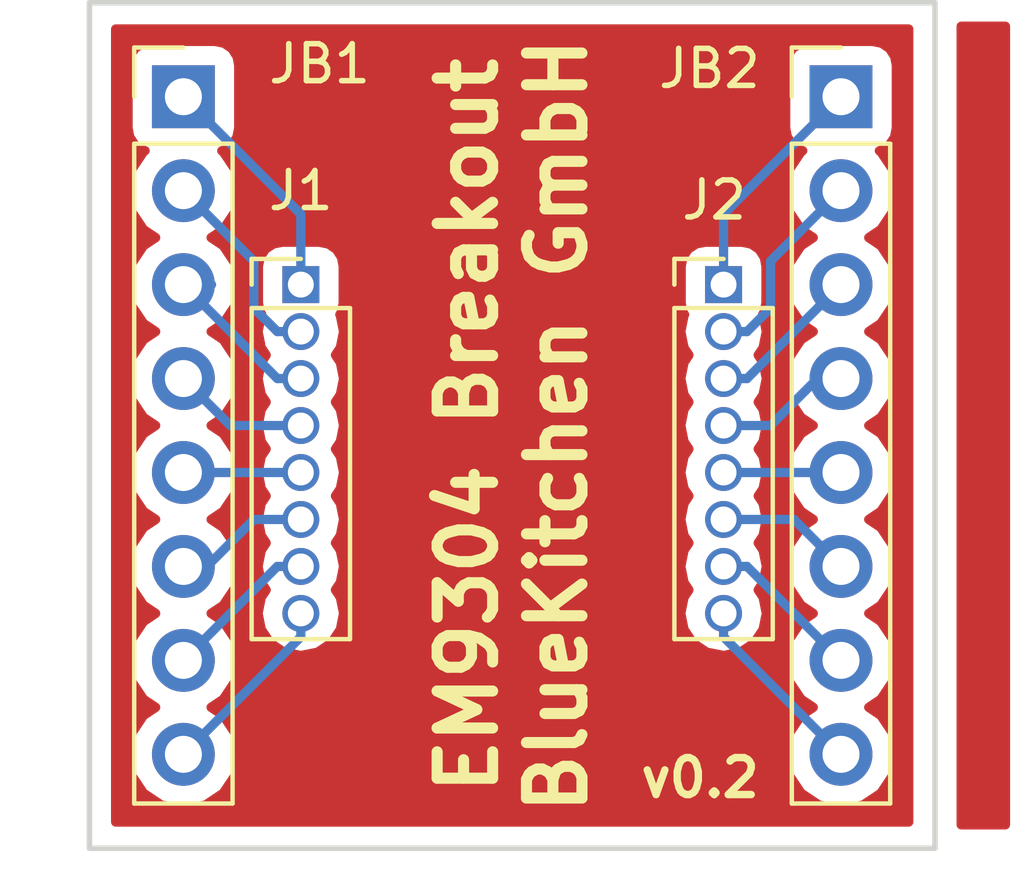
<source format=kicad_pcb>
(kicad_pcb (version 4) (host pcbnew 4.0.6)

  (general
    (links 16)
    (no_connects 0)
    (area 157.526667 111.684999 185.373334 135.485)
    (thickness 1.6)
    (drawings 6)
    (tracks 38)
    (zones 0)
    (modules 4)
    (nets 17)
  )

  (page A4)
  (layers
    (0 F.Cu signal)
    (31 B.Cu signal)
    (32 B.Adhes user)
    (33 F.Adhes user)
    (34 B.Paste user)
    (35 F.Paste user)
    (36 B.SilkS user)
    (37 F.SilkS user)
    (38 B.Mask user)
    (39 F.Mask user)
    (40 Dwgs.User user)
    (41 Cmts.User user)
    (42 Eco1.User user)
    (43 Eco2.User user)
    (44 Edge.Cuts user)
    (45 Margin user)
    (46 B.CrtYd user)
    (47 F.CrtYd user)
    (48 B.Fab user)
    (49 F.Fab user)
  )

  (setup
    (last_trace_width 0.25)
    (trace_clearance 0.2)
    (zone_clearance 0.508)
    (zone_45_only no)
    (trace_min 0.2)
    (segment_width 0.2)
    (edge_width 0.15)
    (via_size 0.6)
    (via_drill 0.4)
    (via_min_size 0.4)
    (via_min_drill 0.3)
    (uvia_size 0.3)
    (uvia_drill 0.1)
    (uvias_allowed no)
    (uvia_min_size 0.2)
    (uvia_min_drill 0.1)
    (pcb_text_width 0.3)
    (pcb_text_size 1 1)
    (mod_edge_width 0.15)
    (mod_text_size 1 1)
    (mod_text_width 0.15)
    (pad_size 1.524 1.524)
    (pad_drill 0.762)
    (pad_to_mask_clearance 0.2)
    (aux_axis_origin 0 0)
    (visible_elements FFFEFF7F)
    (pcbplotparams
      (layerselection 0x00030_80000001)
      (usegerberextensions false)
      (excludeedgelayer true)
      (linewidth 0.100000)
      (plotframeref false)
      (viasonmask false)
      (mode 1)
      (useauxorigin false)
      (hpglpennumber 1)
      (hpglpenspeed 20)
      (hpglpendiameter 15)
      (hpglpenoverlay 2)
      (psnegative false)
      (psa4output false)
      (plotreference true)
      (plotvalue true)
      (plotinvisibletext false)
      (padsonsilk false)
      (subtractmaskfromsilk false)
      (outputformat 1)
      (mirror false)
      (drillshape 1)
      (scaleselection 1)
      (outputdirectory ""))
  )

  (net 0 "")
  (net 1 "Net-(J1-Pad1)")
  (net 2 "Net-(J1-Pad2)")
  (net 3 "Net-(J1-Pad3)")
  (net 4 "Net-(J1-Pad4)")
  (net 5 "Net-(J1-Pad5)")
  (net 6 "Net-(J1-Pad6)")
  (net 7 "Net-(J1-Pad7)")
  (net 8 "Net-(J1-Pad8)")
  (net 9 "Net-(J2-Pad1)")
  (net 10 "Net-(J2-Pad2)")
  (net 11 "Net-(J2-Pad3)")
  (net 12 "Net-(J2-Pad4)")
  (net 13 "Net-(J2-Pad5)")
  (net 14 "Net-(J2-Pad6)")
  (net 15 "Net-(J2-Pad7)")
  (net 16 "Net-(J2-Pad8)")

  (net_class Default "This is the default net class."
    (clearance 0.2)
    (trace_width 0.25)
    (via_dia 0.6)
    (via_drill 0.4)
    (uvia_dia 0.3)
    (uvia_drill 0.1)
    (add_net "Net-(J1-Pad1)")
    (add_net "Net-(J1-Pad2)")
    (add_net "Net-(J1-Pad3)")
    (add_net "Net-(J1-Pad4)")
    (add_net "Net-(J1-Pad5)")
    (add_net "Net-(J1-Pad6)")
    (add_net "Net-(J1-Pad7)")
    (add_net "Net-(J1-Pad8)")
    (add_net "Net-(J2-Pad1)")
    (add_net "Net-(J2-Pad2)")
    (add_net "Net-(J2-Pad3)")
    (add_net "Net-(J2-Pad4)")
    (add_net "Net-(J2-Pad5)")
    (add_net "Net-(J2-Pad6)")
    (add_net "Net-(J2-Pad7)")
    (add_net "Net-(J2-Pad8)")
  )

  (module Socket_Strips:Socket_Strip_Straight_1x08_Pitch1.27mm (layer F.Cu) (tedit 599AA5EC) (tstamp 599AA3D8)
    (at 177.165 119.38)
    (descr "Through hole straight socket strip, 1x08, 1.27mm pitch, single row")
    (tags "Through hole socket strip THT 1x08 1.27mm single row")
    (path /599AA3BE)
    (fp_text reference J2 (at -0.254 -2.286) (layer F.SilkS)
      (effects (font (size 1 1) (thickness 0.15)))
    )
    (fp_text value CONN_01X08 (at 0 10.585) (layer F.Fab)
      (effects (font (size 1 1) (thickness 0.15)))
    )
    (fp_line (start -1.27 -0.635) (end -1.27 9.525) (layer F.Fab) (width 0.1))
    (fp_line (start -1.27 9.525) (end 1.27 9.525) (layer F.Fab) (width 0.1))
    (fp_line (start 1.27 9.525) (end 1.27 -0.635) (layer F.Fab) (width 0.1))
    (fp_line (start 1.27 -0.635) (end -1.27 -0.635) (layer F.Fab) (width 0.1))
    (fp_line (start -1.33 0.635) (end -1.33 9.585) (layer F.SilkS) (width 0.12))
    (fp_line (start -1.33 9.585) (end 1.33 9.585) (layer F.SilkS) (width 0.12))
    (fp_line (start 1.33 9.585) (end 1.33 0.635) (layer F.SilkS) (width 0.12))
    (fp_line (start 1.33 0.635) (end -1.33 0.635) (layer F.SilkS) (width 0.12))
    (fp_line (start -1.33 0) (end -1.33 -0.695) (layer F.SilkS) (width 0.12))
    (fp_line (start -1.33 -0.695) (end 0 -0.695) (layer F.SilkS) (width 0.12))
    (fp_line (start -1.8 -1.15) (end -1.8 10.05) (layer F.CrtYd) (width 0.05))
    (fp_line (start -1.8 10.05) (end 1.8 10.05) (layer F.CrtYd) (width 0.05))
    (fp_line (start 1.8 10.05) (end 1.8 -1.15) (layer F.CrtYd) (width 0.05))
    (fp_line (start 1.8 -1.15) (end -1.8 -1.15) (layer F.CrtYd) (width 0.05))
    (fp_text user %R (at 0 -1.695) (layer F.Fab)
      (effects (font (size 1 1) (thickness 0.15)))
    )
    (pad 1 thru_hole rect (at 0 0) (size 1 1) (drill 0.7) (layers *.Cu *.Mask)
      (net 9 "Net-(J2-Pad1)"))
    (pad 2 thru_hole oval (at 0 1.27) (size 1 1) (drill 0.7) (layers *.Cu *.Mask)
      (net 10 "Net-(J2-Pad2)"))
    (pad 3 thru_hole oval (at 0 2.54) (size 1 1) (drill 0.7) (layers *.Cu *.Mask)
      (net 11 "Net-(J2-Pad3)"))
    (pad 4 thru_hole oval (at 0 3.81) (size 1 1) (drill 0.7) (layers *.Cu *.Mask)
      (net 12 "Net-(J2-Pad4)"))
    (pad 5 thru_hole oval (at 0 5.08) (size 1 1) (drill 0.7) (layers *.Cu *.Mask)
      (net 13 "Net-(J2-Pad5)"))
    (pad 6 thru_hole oval (at 0 6.35) (size 1 1) (drill 0.7) (layers *.Cu *.Mask)
      (net 14 "Net-(J2-Pad6)"))
    (pad 7 thru_hole oval (at 0 7.62) (size 1 1) (drill 0.7) (layers *.Cu *.Mask)
      (net 15 "Net-(J2-Pad7)"))
    (pad 8 thru_hole oval (at 0 8.89) (size 1 1) (drill 0.7) (layers *.Cu *.Mask)
      (net 16 "Net-(J2-Pad8)"))
    (model ${KISYS3DMOD}/Socket_Strips.3dshapes/Socket_Strip_Straight_1x08_Pitch1.27mm.wrl
      (at (xyz 0 0 0))
      (scale (xyz 1 1 1))
      (rotate (xyz 0 0 0))
    )
  )

  (module Pin_Headers:Pin_Header_Straight_1x08_Pitch2.54mm (layer F.Cu) (tedit 599AA70F) (tstamp 599AA3F0)
    (at 180.34 114.3)
    (descr "Through hole straight pin header, 1x08, 2.54mm pitch, single row")
    (tags "Through hole pin header THT 1x08 2.54mm single row")
    (path /599AA157)
    (fp_text reference JB2 (at -3.556 -0.762) (layer F.SilkS)
      (effects (font (size 1 1) (thickness 0.15)))
    )
    (fp_text value CONN_01X08 (at 0 20.11) (layer F.Fab)
      (effects (font (size 1 1) (thickness 0.15)))
    )
    (fp_line (start -0.635 -1.27) (end 1.27 -1.27) (layer F.Fab) (width 0.1))
    (fp_line (start 1.27 -1.27) (end 1.27 19.05) (layer F.Fab) (width 0.1))
    (fp_line (start 1.27 19.05) (end -1.27 19.05) (layer F.Fab) (width 0.1))
    (fp_line (start -1.27 19.05) (end -1.27 -0.635) (layer F.Fab) (width 0.1))
    (fp_line (start -1.27 -0.635) (end -0.635 -1.27) (layer F.Fab) (width 0.1))
    (fp_line (start -1.33 19.11) (end 1.33 19.11) (layer F.SilkS) (width 0.12))
    (fp_line (start -1.33 1.27) (end -1.33 19.11) (layer F.SilkS) (width 0.12))
    (fp_line (start 1.33 1.27) (end 1.33 19.11) (layer F.SilkS) (width 0.12))
    (fp_line (start -1.33 1.27) (end 1.33 1.27) (layer F.SilkS) (width 0.12))
    (fp_line (start -1.33 0) (end -1.33 -1.33) (layer F.SilkS) (width 0.12))
    (fp_line (start -1.33 -1.33) (end 0 -1.33) (layer F.SilkS) (width 0.12))
    (fp_line (start -1.8 -1.8) (end -1.8 19.55) (layer F.CrtYd) (width 0.05))
    (fp_line (start -1.8 19.55) (end 1.8 19.55) (layer F.CrtYd) (width 0.05))
    (fp_line (start 1.8 19.55) (end 1.8 -1.8) (layer F.CrtYd) (width 0.05))
    (fp_line (start 1.8 -1.8) (end -1.8 -1.8) (layer F.CrtYd) (width 0.05))
    (fp_text user %R (at 0 8.89 90) (layer F.Fab)
      (effects (font (size 1 1) (thickness 0.15)))
    )
    (pad 1 thru_hole rect (at 0 0) (size 1.7 1.7) (drill 1) (layers *.Cu *.Mask)
      (net 9 "Net-(J2-Pad1)"))
    (pad 2 thru_hole oval (at 0 2.54) (size 1.7 1.7) (drill 1) (layers *.Cu *.Mask)
      (net 10 "Net-(J2-Pad2)"))
    (pad 3 thru_hole oval (at 0 5.08) (size 1.7 1.7) (drill 1) (layers *.Cu *.Mask)
      (net 11 "Net-(J2-Pad3)"))
    (pad 4 thru_hole oval (at 0 7.62) (size 1.7 1.7) (drill 1) (layers *.Cu *.Mask)
      (net 12 "Net-(J2-Pad4)"))
    (pad 5 thru_hole oval (at 0 10.16) (size 1.7 1.7) (drill 1) (layers *.Cu *.Mask)
      (net 13 "Net-(J2-Pad5)"))
    (pad 6 thru_hole oval (at 0 12.7) (size 1.7 1.7) (drill 1) (layers *.Cu *.Mask)
      (net 14 "Net-(J2-Pad6)"))
    (pad 7 thru_hole oval (at 0 15.24) (size 1.7 1.7) (drill 1) (layers *.Cu *.Mask)
      (net 15 "Net-(J2-Pad7)"))
    (pad 8 thru_hole oval (at 0 17.78) (size 1.7 1.7) (drill 1) (layers *.Cu *.Mask)
      (net 16 "Net-(J2-Pad8)"))
    (model ${KISYS3DMOD}/Pin_Headers.3dshapes/Pin_Header_Straight_1x08_Pitch2.54mm.wrl
      (at (xyz 0 0 0))
      (scale (xyz 1 1 1))
      (rotate (xyz 0 0 0))
    )
  )

  (module Socket_Strips:Socket_Strip_Straight_1x08_Pitch1.27mm (layer F.Cu) (tedit 599AA5E4) (tstamp 599AA3CC)
    (at 165.735 119.38)
    (descr "Through hole straight socket strip, 1x08, 1.27mm pitch, single row")
    (tags "Through hole socket strip THT 1x08 1.27mm single row")
    (path /599AA3EF)
    (fp_text reference J1 (at 0 -2.54) (layer F.SilkS)
      (effects (font (size 1 1) (thickness 0.15)))
    )
    (fp_text value CONN_01X08 (at 3.81 2.54 90) (layer F.Fab)
      (effects (font (size 1 1) (thickness 0.15)))
    )
    (fp_line (start -1.27 -0.635) (end -1.27 9.525) (layer F.Fab) (width 0.1))
    (fp_line (start -1.27 9.525) (end 1.27 9.525) (layer F.Fab) (width 0.1))
    (fp_line (start 1.27 9.525) (end 1.27 -0.635) (layer F.Fab) (width 0.1))
    (fp_line (start 1.27 -0.635) (end -1.27 -0.635) (layer F.Fab) (width 0.1))
    (fp_line (start -1.33 0.635) (end -1.33 9.585) (layer F.SilkS) (width 0.12))
    (fp_line (start -1.33 9.585) (end 1.33 9.585) (layer F.SilkS) (width 0.12))
    (fp_line (start 1.33 9.585) (end 1.33 0.635) (layer F.SilkS) (width 0.12))
    (fp_line (start 1.33 0.635) (end -1.33 0.635) (layer F.SilkS) (width 0.12))
    (fp_line (start -1.33 0) (end -1.33 -0.695) (layer F.SilkS) (width 0.12))
    (fp_line (start -1.33 -0.695) (end 0 -0.695) (layer F.SilkS) (width 0.12))
    (fp_line (start -1.8 -1.15) (end -1.8 10.05) (layer F.CrtYd) (width 0.05))
    (fp_line (start -1.8 10.05) (end 1.8 10.05) (layer F.CrtYd) (width 0.05))
    (fp_line (start 1.8 10.05) (end 1.8 -1.15) (layer F.CrtYd) (width 0.05))
    (fp_line (start 1.8 -1.15) (end -1.8 -1.15) (layer F.CrtYd) (width 0.05))
    (fp_text user %R (at 0 -1.695) (layer F.Fab)
      (effects (font (size 1 1) (thickness 0.15)))
    )
    (pad 1 thru_hole rect (at 0 0) (size 1 1) (drill 0.7) (layers *.Cu *.Mask)
      (net 1 "Net-(J1-Pad1)"))
    (pad 2 thru_hole oval (at 0 1.27) (size 1 1) (drill 0.7) (layers *.Cu *.Mask)
      (net 2 "Net-(J1-Pad2)"))
    (pad 3 thru_hole oval (at 0 2.54) (size 1 1) (drill 0.7) (layers *.Cu *.Mask)
      (net 3 "Net-(J1-Pad3)"))
    (pad 4 thru_hole oval (at 0 3.81) (size 1 1) (drill 0.7) (layers *.Cu *.Mask)
      (net 4 "Net-(J1-Pad4)"))
    (pad 5 thru_hole oval (at 0 5.08) (size 1 1) (drill 0.7) (layers *.Cu *.Mask)
      (net 5 "Net-(J1-Pad5)"))
    (pad 6 thru_hole oval (at 0 6.35) (size 1 1) (drill 0.7) (layers *.Cu *.Mask)
      (net 6 "Net-(J1-Pad6)"))
    (pad 7 thru_hole oval (at 0 7.62) (size 1 1) (drill 0.7) (layers *.Cu *.Mask)
      (net 7 "Net-(J1-Pad7)"))
    (pad 8 thru_hole oval (at 0 8.89) (size 1 1) (drill 0.7) (layers *.Cu *.Mask)
      (net 8 "Net-(J1-Pad8)"))
    (model ${KISYS3DMOD}/Socket_Strips.3dshapes/Socket_Strip_Straight_1x08_Pitch1.27mm.wrl
      (at (xyz 0 0 0))
      (scale (xyz 1 1 1))
      (rotate (xyz 0 0 0))
    )
  )

  (module Pin_Headers:Pin_Header_Straight_1x08_Pitch2.54mm (layer F.Cu) (tedit 599AA70B) (tstamp 599AA3E4)
    (at 162.56 114.3)
    (descr "Through hole straight pin header, 1x08, 2.54mm pitch, single row")
    (tags "Through hole pin header THT 1x08 2.54mm single row")
    (path /599AA1ED)
    (fp_text reference JB1 (at 3.683 -0.889) (layer F.SilkS)
      (effects (font (size 1 1) (thickness 0.15)))
    )
    (fp_text value CONN_01X08 (at 0 20.11) (layer F.Fab)
      (effects (font (size 1 1) (thickness 0.15)))
    )
    (fp_line (start -0.635 -1.27) (end 1.27 -1.27) (layer F.Fab) (width 0.1))
    (fp_line (start 1.27 -1.27) (end 1.27 19.05) (layer F.Fab) (width 0.1))
    (fp_line (start 1.27 19.05) (end -1.27 19.05) (layer F.Fab) (width 0.1))
    (fp_line (start -1.27 19.05) (end -1.27 -0.635) (layer F.Fab) (width 0.1))
    (fp_line (start -1.27 -0.635) (end -0.635 -1.27) (layer F.Fab) (width 0.1))
    (fp_line (start -1.33 19.11) (end 1.33 19.11) (layer F.SilkS) (width 0.12))
    (fp_line (start -1.33 1.27) (end -1.33 19.11) (layer F.SilkS) (width 0.12))
    (fp_line (start 1.33 1.27) (end 1.33 19.11) (layer F.SilkS) (width 0.12))
    (fp_line (start -1.33 1.27) (end 1.33 1.27) (layer F.SilkS) (width 0.12))
    (fp_line (start -1.33 0) (end -1.33 -1.33) (layer F.SilkS) (width 0.12))
    (fp_line (start -1.33 -1.33) (end 0 -1.33) (layer F.SilkS) (width 0.12))
    (fp_line (start -1.8 -1.8) (end -1.8 19.55) (layer F.CrtYd) (width 0.05))
    (fp_line (start -1.8 19.55) (end 1.8 19.55) (layer F.CrtYd) (width 0.05))
    (fp_line (start 1.8 19.55) (end 1.8 -1.8) (layer F.CrtYd) (width 0.05))
    (fp_line (start 1.8 -1.8) (end -1.8 -1.8) (layer F.CrtYd) (width 0.05))
    (fp_text user %R (at 0 8.89 90) (layer F.Fab)
      (effects (font (size 1 1) (thickness 0.15)))
    )
    (pad 1 thru_hole rect (at 0 0) (size 1.7 1.7) (drill 1) (layers *.Cu *.Mask)
      (net 1 "Net-(J1-Pad1)"))
    (pad 2 thru_hole oval (at 0 2.54) (size 1.7 1.7) (drill 1) (layers *.Cu *.Mask)
      (net 2 "Net-(J1-Pad2)"))
    (pad 3 thru_hole oval (at 0 5.08) (size 1.7 1.7) (drill 1) (layers *.Cu *.Mask)
      (net 3 "Net-(J1-Pad3)"))
    (pad 4 thru_hole oval (at 0 7.62) (size 1.7 1.7) (drill 1) (layers *.Cu *.Mask)
      (net 4 "Net-(J1-Pad4)"))
    (pad 5 thru_hole oval (at 0 10.16) (size 1.7 1.7) (drill 1) (layers *.Cu *.Mask)
      (net 5 "Net-(J1-Pad5)"))
    (pad 6 thru_hole oval (at 0 12.7) (size 1.7 1.7) (drill 1) (layers *.Cu *.Mask)
      (net 6 "Net-(J1-Pad6)"))
    (pad 7 thru_hole oval (at 0 15.24) (size 1.7 1.7) (drill 1) (layers *.Cu *.Mask)
      (net 7 "Net-(J1-Pad7)"))
    (pad 8 thru_hole oval (at 0 17.78) (size 1.7 1.7) (drill 1) (layers *.Cu *.Mask)
      (net 8 "Net-(J1-Pad8)"))
    (model ${KISYS3DMOD}/Pin_Headers.3dshapes/Pin_Header_Straight_1x08_Pitch2.54mm.wrl
      (at (xyz 0 0 0))
      (scale (xyz 1 1 1))
      (rotate (xyz 0 0 0))
    )
  )

  (gr_text v0.2 (at 176.53 132.715) (layer F.SilkS)
    (effects (font (size 1 1) (thickness 0.2)))
  )
  (gr_line (start 160.02 134.62) (end 160.02 111.76) (angle 90) (layer Edge.Cuts) (width 0.15))
  (gr_line (start 182.88 134.62) (end 160.02 134.62) (angle 90) (layer Edge.Cuts) (width 0.15))
  (gr_line (start 182.88 111.76) (end 182.88 134.62) (angle 90) (layer Edge.Cuts) (width 0.15))
  (gr_line (start 160.02 111.76) (end 182.88 111.76) (angle 90) (layer Edge.Cuts) (width 0.15))
  (gr_text "EM9304 Breakout\nBlueKitchen GmbH" (at 171.45 123.19 90) (layer F.SilkS)
    (effects (font (size 1.5 1.5) (thickness 0.3)))
  )

  (segment (start 165.735 119.38) (end 165.735 117.475) (width 0.25) (layer B.Cu) (net 1))
  (segment (start 165.735 117.475) (end 162.56 114.3) (width 0.25) (layer B.Cu) (net 1) (tstamp 5AA58AF9))
  (segment (start 165.735 120.65) (end 165.1 120.65) (width 0.25) (layer B.Cu) (net 2))
  (segment (start 164.465 118.745) (end 162.56 116.84) (width 0.25) (layer B.Cu) (net 2) (tstamp 5AA58B16))
  (segment (start 164.465 120.015) (end 164.465 118.745) (width 0.25) (layer B.Cu) (net 2) (tstamp 5AA58B10))
  (segment (start 165.1 120.65) (end 164.465 120.015) (width 0.25) (layer B.Cu) (net 2) (tstamp 5AA58B0A))
  (segment (start 165.735 121.92) (end 165.1 121.92) (width 0.25) (layer B.Cu) (net 3))
  (segment (start 165.1 121.92) (end 162.56 119.38) (width 0.25) (layer B.Cu) (net 3) (tstamp 5AA58AD6))
  (segment (start 162.56 119.38) (end 163.322 119.38) (width 0.25) (layer B.Cu) (net 3))
  (segment (start 165.735 123.19) (end 163.83 123.19) (width 0.25) (layer B.Cu) (net 4))
  (segment (start 163.83 123.19) (end 162.56 121.92) (width 0.25) (layer B.Cu) (net 4) (tstamp 5AA58AB5))
  (segment (start 162.56 124.46) (end 165.735 124.46) (width 0.25) (layer B.Cu) (net 5))
  (segment (start 162.56 127) (end 163.195 127) (width 0.25) (layer B.Cu) (net 6))
  (segment (start 163.195 127) (end 164.465 125.73) (width 0.25) (layer B.Cu) (net 6) (tstamp 5AA58B1F))
  (segment (start 164.465 125.73) (end 165.735 125.73) (width 0.25) (layer B.Cu) (net 6) (tstamp 5AA58B23))
  (segment (start 165.735 127) (end 165.1 127) (width 0.25) (layer B.Cu) (net 7))
  (segment (start 165.1 127) (end 162.56 129.54) (width 0.25) (layer B.Cu) (net 7))
  (segment (start 162.56 129.54) (end 163.068 129.54) (width 0.25) (layer B.Cu) (net 7))
  (segment (start 165.735 128.27) (end 165.735 128.905) (width 0.25) (layer B.Cu) (net 8))
  (segment (start 165.735 128.905) (end 162.56 132.08) (width 0.25) (layer B.Cu) (net 8))
  (segment (start 177.165 119.38) (end 177.165 117.475) (width 0.25) (layer B.Cu) (net 9))
  (segment (start 177.165 117.475) (end 180.34 114.3) (width 0.25) (layer B.Cu) (net 9) (tstamp 5AA58B54))
  (segment (start 177.165 120.65) (end 177.8 120.65) (width 0.25) (layer B.Cu) (net 10))
  (segment (start 178.435 118.745) (end 180.34 116.84) (width 0.25) (layer B.Cu) (net 10) (tstamp 5AA58B63))
  (segment (start 178.435 120.015) (end 178.435 118.745) (width 0.25) (layer B.Cu) (net 10) (tstamp 5AA58B5D))
  (segment (start 177.8 120.65) (end 178.435 120.015) (width 0.25) (layer B.Cu) (net 10) (tstamp 5AA58B5B))
  (segment (start 177.165 121.92) (end 177.8 121.92) (width 0.25) (layer B.Cu) (net 11))
  (segment (start 177.8 121.92) (end 180.34 119.38) (width 0.25) (layer B.Cu) (net 11) (tstamp 5AA58B4C))
  (segment (start 177.165 123.19) (end 178.435 123.19) (width 0.25) (layer B.Cu) (net 12))
  (segment (start 178.435 123.19) (end 179.705 121.92) (width 0.25) (layer B.Cu) (net 12) (tstamp 5AA58B41))
  (segment (start 179.705 121.92) (end 180.34 121.92) (width 0.25) (layer B.Cu) (net 12) (tstamp 5AA58B49))
  (segment (start 177.165 124.46) (end 180.34 124.46) (width 0.25) (layer B.Cu) (net 13))
  (segment (start 177.165 125.73) (end 179.07 125.73) (width 0.25) (layer B.Cu) (net 14))
  (segment (start 179.07 125.73) (end 180.34 127) (width 0.25) (layer B.Cu) (net 14) (tstamp 5AA58B69))
  (segment (start 177.165 127) (end 177.8 127) (width 0.25) (layer B.Cu) (net 15))
  (segment (start 177.8 127) (end 180.34 129.54) (width 0.25) (layer B.Cu) (net 15) (tstamp 5AA58B77))
  (segment (start 180.34 132.08) (end 177.165 128.905) (width 0.25) (layer B.Cu) (net 16))
  (segment (start 177.165 128.905) (end 177.165 128.27) (width 0.25) (layer B.Cu) (net 16) (tstamp 5AA58B72))

  (zone (net 0) (net_name "") (layer F.Cu) (tstamp 599AAA34) (hatch edge 0.508)
    (connect_pads (clearance 0.508))
    (min_thickness 0.254)
    (fill yes (arc_segments 16) (thermal_gap 0.508) (thermal_bridge_width 0.508))
    (polygon
      (pts
        (xy 184.912 134.112) (xy 160.528 134.112) (xy 160.528 112.268) (xy 184.912 112.268)
      )
    )
    (filled_polygon
      (pts
        (xy 184.785 133.985) (xy 183.59 133.985) (xy 183.59 112.395) (xy 184.785 112.395)
      )
    )
    (filled_polygon
      (pts
        (xy 182.17 133.91) (xy 160.73 133.91) (xy 160.73 116.84) (xy 161.045907 116.84) (xy 161.158946 117.408285)
        (xy 161.480853 117.890054) (xy 161.810026 118.11) (xy 161.480853 118.329946) (xy 161.158946 118.811715) (xy 161.045907 119.38)
        (xy 161.158946 119.948285) (xy 161.480853 120.430054) (xy 161.810026 120.65) (xy 161.480853 120.869946) (xy 161.158946 121.351715)
        (xy 161.045907 121.92) (xy 161.158946 122.488285) (xy 161.480853 122.970054) (xy 161.810026 123.19) (xy 161.480853 123.409946)
        (xy 161.158946 123.891715) (xy 161.045907 124.46) (xy 161.158946 125.028285) (xy 161.480853 125.510054) (xy 161.810026 125.73)
        (xy 161.480853 125.949946) (xy 161.158946 126.431715) (xy 161.045907 127) (xy 161.158946 127.568285) (xy 161.480853 128.050054)
        (xy 161.810026 128.27) (xy 161.480853 128.489946) (xy 161.158946 128.971715) (xy 161.045907 129.54) (xy 161.158946 130.108285)
        (xy 161.480853 130.590054) (xy 161.810026 130.81) (xy 161.480853 131.029946) (xy 161.158946 131.511715) (xy 161.045907 132.08)
        (xy 161.158946 132.648285) (xy 161.480853 133.130054) (xy 161.962622 133.451961) (xy 162.530907 133.565) (xy 162.589093 133.565)
        (xy 163.157378 133.451961) (xy 163.639147 133.130054) (xy 163.961054 132.648285) (xy 164.074093 132.08) (xy 163.961054 131.511715)
        (xy 163.639147 131.029946) (xy 163.309974 130.81) (xy 163.639147 130.590054) (xy 163.961054 130.108285) (xy 164.074093 129.54)
        (xy 163.961054 128.971715) (xy 163.639147 128.489946) (xy 163.309974 128.27) (xy 163.639147 128.050054) (xy 163.961054 127.568285)
        (xy 164.074093 127) (xy 163.961054 126.431715) (xy 163.639147 125.949946) (xy 163.309974 125.73) (xy 163.639147 125.510054)
        (xy 163.961054 125.028285) (xy 164.074093 124.46) (xy 163.961054 123.891715) (xy 163.639147 123.409946) (xy 163.309974 123.19)
        (xy 163.639147 122.970054) (xy 163.961054 122.488285) (xy 164.074093 121.92) (xy 163.961054 121.351715) (xy 163.639147 120.869946)
        (xy 163.309974 120.65) (xy 164.577764 120.65) (xy 164.664161 121.084346) (xy 164.798234 121.285) (xy 164.664161 121.485654)
        (xy 164.577764 121.92) (xy 164.664161 122.354346) (xy 164.798234 122.555) (xy 164.664161 122.755654) (xy 164.577764 123.19)
        (xy 164.664161 123.624346) (xy 164.798234 123.825) (xy 164.664161 124.025654) (xy 164.577764 124.46) (xy 164.664161 124.894346)
        (xy 164.798234 125.095) (xy 164.664161 125.295654) (xy 164.577764 125.73) (xy 164.664161 126.164346) (xy 164.798234 126.365)
        (xy 164.664161 126.565654) (xy 164.577764 127) (xy 164.664161 127.434346) (xy 164.798234 127.635) (xy 164.664161 127.835654)
        (xy 164.577764 128.27) (xy 164.664161 128.704346) (xy 164.910198 129.072566) (xy 165.278418 129.318603) (xy 165.712764 129.405)
        (xy 165.757236 129.405) (xy 166.191582 129.318603) (xy 166.559802 129.072566) (xy 166.805839 128.704346) (xy 166.892236 128.27)
        (xy 166.805839 127.835654) (xy 166.671766 127.635) (xy 166.805839 127.434346) (xy 166.892236 127) (xy 166.805839 126.565654)
        (xy 166.671766 126.365) (xy 166.805839 126.164346) (xy 166.892236 125.73) (xy 166.805839 125.295654) (xy 166.671766 125.095)
        (xy 166.805839 124.894346) (xy 166.892236 124.46) (xy 166.805839 124.025654) (xy 166.671766 123.825) (xy 166.805839 123.624346)
        (xy 166.892236 123.19) (xy 166.805839 122.755654) (xy 166.671766 122.555) (xy 166.805839 122.354346) (xy 166.892236 121.92)
        (xy 166.805839 121.485654) (xy 166.671766 121.285) (xy 166.805839 121.084346) (xy 166.892236 120.65) (xy 176.007764 120.65)
        (xy 176.094161 121.084346) (xy 176.228234 121.285) (xy 176.094161 121.485654) (xy 176.007764 121.92) (xy 176.094161 122.354346)
        (xy 176.228234 122.555) (xy 176.094161 122.755654) (xy 176.007764 123.19) (xy 176.094161 123.624346) (xy 176.228234 123.825)
        (xy 176.094161 124.025654) (xy 176.007764 124.46) (xy 176.094161 124.894346) (xy 176.228234 125.095) (xy 176.094161 125.295654)
        (xy 176.007764 125.73) (xy 176.094161 126.164346) (xy 176.228234 126.365) (xy 176.094161 126.565654) (xy 176.007764 127)
        (xy 176.094161 127.434346) (xy 176.228234 127.635) (xy 176.094161 127.835654) (xy 176.007764 128.27) (xy 176.094161 128.704346)
        (xy 176.340198 129.072566) (xy 176.708418 129.318603) (xy 177.142764 129.405) (xy 177.187236 129.405) (xy 177.621582 129.318603)
        (xy 177.989802 129.072566) (xy 178.235839 128.704346) (xy 178.322236 128.27) (xy 178.235839 127.835654) (xy 178.101766 127.635)
        (xy 178.235839 127.434346) (xy 178.322236 127) (xy 178.235839 126.565654) (xy 178.101766 126.365) (xy 178.235839 126.164346)
        (xy 178.322236 125.73) (xy 178.235839 125.295654) (xy 178.101766 125.095) (xy 178.235839 124.894346) (xy 178.322236 124.46)
        (xy 178.235839 124.025654) (xy 178.101766 123.825) (xy 178.235839 123.624346) (xy 178.322236 123.19) (xy 178.235839 122.755654)
        (xy 178.101766 122.555) (xy 178.235839 122.354346) (xy 178.322236 121.92) (xy 178.235839 121.485654) (xy 178.101766 121.285)
        (xy 178.235839 121.084346) (xy 178.322236 120.65) (xy 178.235839 120.215654) (xy 178.220195 120.192241) (xy 178.261431 120.13189)
        (xy 178.31244 119.88) (xy 178.31244 118.88) (xy 178.268162 118.644683) (xy 178.12909 118.428559) (xy 177.91689 118.283569)
        (xy 177.665 118.23256) (xy 176.665 118.23256) (xy 176.429683 118.276838) (xy 176.213559 118.41591) (xy 176.068569 118.62811)
        (xy 176.01756 118.88) (xy 176.01756 119.88) (xy 176.061838 120.115317) (xy 176.110586 120.191073) (xy 176.094161 120.215654)
        (xy 176.007764 120.65) (xy 166.892236 120.65) (xy 166.805839 120.215654) (xy 166.790195 120.192241) (xy 166.831431 120.13189)
        (xy 166.88244 119.88) (xy 166.88244 118.88) (xy 166.838162 118.644683) (xy 166.69909 118.428559) (xy 166.48689 118.283569)
        (xy 166.235 118.23256) (xy 165.235 118.23256) (xy 164.999683 118.276838) (xy 164.783559 118.41591) (xy 164.638569 118.62811)
        (xy 164.58756 118.88) (xy 164.58756 119.88) (xy 164.631838 120.115317) (xy 164.680586 120.191073) (xy 164.664161 120.215654)
        (xy 164.577764 120.65) (xy 163.309974 120.65) (xy 163.639147 120.430054) (xy 163.961054 119.948285) (xy 164.074093 119.38)
        (xy 163.961054 118.811715) (xy 163.639147 118.329946) (xy 163.309974 118.11) (xy 163.639147 117.890054) (xy 163.961054 117.408285)
        (xy 164.074093 116.84) (xy 178.825907 116.84) (xy 178.938946 117.408285) (xy 179.260853 117.890054) (xy 179.590026 118.11)
        (xy 179.260853 118.329946) (xy 178.938946 118.811715) (xy 178.825907 119.38) (xy 178.938946 119.948285) (xy 179.260853 120.430054)
        (xy 179.590026 120.65) (xy 179.260853 120.869946) (xy 178.938946 121.351715) (xy 178.825907 121.92) (xy 178.938946 122.488285)
        (xy 179.260853 122.970054) (xy 179.590026 123.19) (xy 179.260853 123.409946) (xy 178.938946 123.891715) (xy 178.825907 124.46)
        (xy 178.938946 125.028285) (xy 179.260853 125.510054) (xy 179.590026 125.73) (xy 179.260853 125.949946) (xy 178.938946 126.431715)
        (xy 178.825907 127) (xy 178.938946 127.568285) (xy 179.260853 128.050054) (xy 179.590026 128.27) (xy 179.260853 128.489946)
        (xy 178.938946 128.971715) (xy 178.825907 129.54) (xy 178.938946 130.108285) (xy 179.260853 130.590054) (xy 179.590026 130.81)
        (xy 179.260853 131.029946) (xy 178.938946 131.511715) (xy 178.825907 132.08) (xy 178.938946 132.648285) (xy 179.260853 133.130054)
        (xy 179.742622 133.451961) (xy 180.310907 133.565) (xy 180.369093 133.565) (xy 180.937378 133.451961) (xy 181.419147 133.130054)
        (xy 181.741054 132.648285) (xy 181.854093 132.08) (xy 181.741054 131.511715) (xy 181.419147 131.029946) (xy 181.089974 130.81)
        (xy 181.419147 130.590054) (xy 181.741054 130.108285) (xy 181.854093 129.54) (xy 181.741054 128.971715) (xy 181.419147 128.489946)
        (xy 181.089974 128.27) (xy 181.419147 128.050054) (xy 181.741054 127.568285) (xy 181.854093 127) (xy 181.741054 126.431715)
        (xy 181.419147 125.949946) (xy 181.089974 125.73) (xy 181.419147 125.510054) (xy 181.741054 125.028285) (xy 181.854093 124.46)
        (xy 181.741054 123.891715) (xy 181.419147 123.409946) (xy 181.089974 123.19) (xy 181.419147 122.970054) (xy 181.741054 122.488285)
        (xy 181.854093 121.92) (xy 181.741054 121.351715) (xy 181.419147 120.869946) (xy 181.089974 120.65) (xy 181.419147 120.430054)
        (xy 181.741054 119.948285) (xy 181.854093 119.38) (xy 181.741054 118.811715) (xy 181.419147 118.329946) (xy 181.089974 118.11)
        (xy 181.419147 117.890054) (xy 181.741054 117.408285) (xy 181.854093 116.84) (xy 181.741054 116.271715) (xy 181.419147 115.789946)
        (xy 181.377548 115.76215) (xy 181.425317 115.753162) (xy 181.641441 115.61409) (xy 181.786431 115.40189) (xy 181.83744 115.15)
        (xy 181.83744 113.45) (xy 181.793162 113.214683) (xy 181.65409 112.998559) (xy 181.44189 112.853569) (xy 181.19 112.80256)
        (xy 179.49 112.80256) (xy 179.254683 112.846838) (xy 179.038559 112.98591) (xy 178.893569 113.19811) (xy 178.84256 113.45)
        (xy 178.84256 115.15) (xy 178.886838 115.385317) (xy 179.02591 115.601441) (xy 179.23811 115.746431) (xy 179.305541 115.760086)
        (xy 179.260853 115.789946) (xy 178.938946 116.271715) (xy 178.825907 116.84) (xy 164.074093 116.84) (xy 163.961054 116.271715)
        (xy 163.639147 115.789946) (xy 163.597548 115.76215) (xy 163.645317 115.753162) (xy 163.861441 115.61409) (xy 164.006431 115.40189)
        (xy 164.05744 115.15) (xy 164.05744 113.45) (xy 164.013162 113.214683) (xy 163.87409 112.998559) (xy 163.66189 112.853569)
        (xy 163.41 112.80256) (xy 161.71 112.80256) (xy 161.474683 112.846838) (xy 161.258559 112.98591) (xy 161.113569 113.19811)
        (xy 161.06256 113.45) (xy 161.06256 115.15) (xy 161.106838 115.385317) (xy 161.24591 115.601441) (xy 161.45811 115.746431)
        (xy 161.525541 115.760086) (xy 161.480853 115.789946) (xy 161.158946 116.271715) (xy 161.045907 116.84) (xy 160.73 116.84)
        (xy 160.73 112.47) (xy 182.17 112.47)
      )
    )
  )
)

</source>
